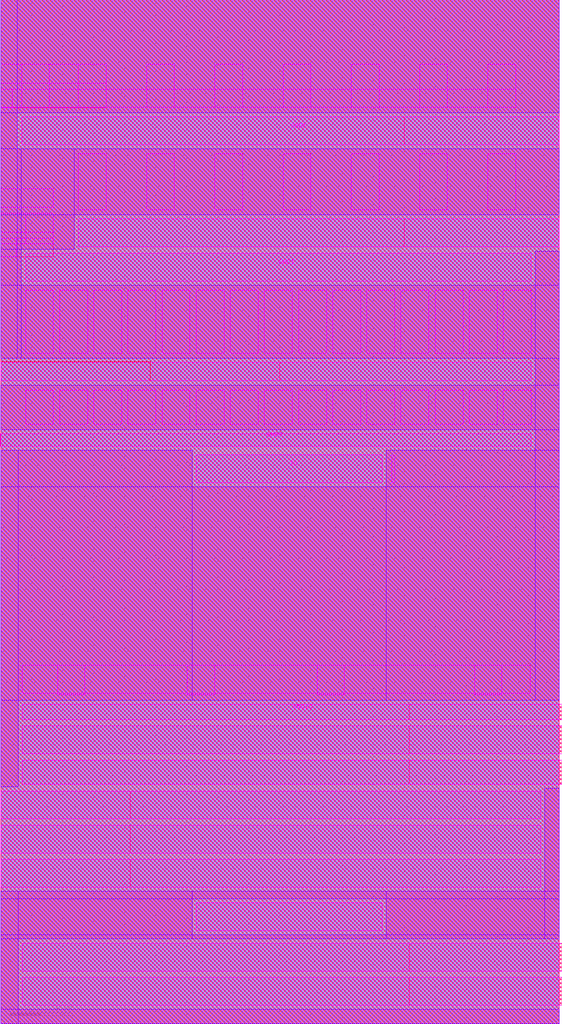
<source format=lef>
VERSION 5.6 ;
BUSBITCHARS "[]" ;
DIVIDERCHAR "/" ;

MACRO CUT_OSC
  CLASS PAD ;
  ORIGIN 0 0 ;
  FOREIGN CUT_OSC 0 0 ;
  SIZE 90 BY 165 ;
  SYMMETRY X Y R90 ;
  SITE iocore_d ;
  PIN IO
    DIRECTION INOUT ;
    USE GROUND ;
    PORT
      LAYER ME7 ;
        RECT 31.5 15 61.5 19.5 ;
        RECT 31.5 87.2 61.5 91.7 ;
    END
  END IO
  PIN GNDK
    DIRECTION INOUT ;
    USE GROUND ;
    PORT
      LAYER ME7 ;
        RECT 12.5 125.2 90 129.7 ;
        RECT 3.35 141.7 90 146.2 ;
    END
  END GNDK
  PIN GNDI
    DIRECTION INOUT ;
    USE GROUND ;
    PORT
      LAYER ME7 ;
        RECT 0 103.6 85.5 106.6 ;
        RECT 4 119.7 85.5 124.2 ;
    END
  END GNDI
  PIN GNDIO
    DIRECTION INOUT ;
    USE GROUND ;
    PORT
      LAYER ME7 ;
        RECT 3.45 3 90.5 7.5 ;
        RECT 3.45 8.5 90.5 13 ;
        RECT 3.45 38.6 90.5 42.5 ;
        RECT 3.45 43.5 90.5 48 ;
        RECT 3.45 49 90.5 51.5 ;
    END
  END GNDIO
  PIN GNDO
    DIRECTION INOUT ;
    USE GROUND ;
    PORT
      LAYER ME7 ;
        RECT 0 22 87.04 26.5 ;
        RECT 0 27.5 87.04 32 ;
        RECT 0 33 87.04 37.5 ;
        RECT 0 93.1 85.5 95.1 ;
    END
  END GNDO
  OBS
    LAYER ME1 SPACING 0.05 ;
      RECT 0 0 90 165 ;
    LAYER ME2 SPACING 0.05 ;
      RECT 0 0 90 165 ;
    LAYER ME3 SPACING 0.05 ;
      RECT 0 0 90 165 ;
    LAYER ME4 SPACING 0.05 ;
      RECT 0 0 90 165 ;
    LAYER ME5 ;
      RECT 0 93.1 85.51 95.1 ;
      RECT -0.075 93.1 85.51 95.09 ;
      RECT 65.86 3 90.5 7.5 ;
      RECT 65.86 8.5 90.5 13 ;
      RECT 65.86 38.625 90.5 42.5 ;
      RECT 65.86 43.5 90.5 48 ;
      RECT 65.86 49 90.5 51.5 ;
      RECT 65 125.2 90 129.7 ;
      RECT 65 141.7 90 146.2 ;
      RECT 0 103.6 24.06 106.655 ;
      RECT 0 22 20.9 26.5 ;
      RECT 0 27.5 20.9 32 ;
      RECT 0 33 20.9 37.5 ;
      RECT 0 147.6 17 150.6 ;
      RECT 0 151.6 17 154.6 ;
      RECT 0 123.6 8.5 126.6 ;
      RECT 0 127.6 8.5 130.6 ;
      RECT 0 131.6 8.5 134.6 ;
    LAYER ME5 SPACING 0.05 ;
      RECT 0 0 90 165 ;
    LAYER ME6 ;
      RECT 0 93.1 85.5 95.1 ;
      RECT -0.075 93.1 85.505 95.09 ;
      RECT 65.86 3 90.5 7.5 ;
      RECT 65.86 8.5 90.5 13 ;
      RECT 65.86 38.625 90.5 42.5 ;
      RECT 65.86 43.5 90.5 48 ;
      RECT 65.86 49 90.5 51.5 ;
      RECT 65 125.2 90 129.7 ;
      RECT 65 141.7 90 146.2 ;
      RECT 0 103.6 44.96 106.6 ;
      RECT 0 22 20.9 26.5 ;
      RECT 0 27.5 20.9 32 ;
      RECT 0 33 20.9 37.5 ;
      RECT 0 147.6 17 150.6 ;
      RECT 0 151.6 17 154.6 ;
      RECT 0 123.6 8.5 126.6 ;
      RECT 0 127.6 8.5 130.6 ;
      RECT 0 131.6 8.5 134.6 ;
    LAYER ME6 SPACING 0.05 ;
      RECT 0 0 90 165 ;
    LAYER ME7 ;
      RECT 3.45 53.25 85.35 57.75 ;
      RECT 76.38 53 80.78 57.75 ;
      RECT 50.98 53 55.38 57.75 ;
      RECT 30.08 53 34.48 57.75 ;
      RECT 9.15 53 13.55 57.75 ;
      RECT 78.5 147.7 83 154.6 ;
      RECT 67.5 147.7 72 154.6 ;
      RECT 56.5 147.7 61 154.6 ;
      RECT 45.5 147.7 50 154.6 ;
      RECT 34.5 147.7 39 154.6 ;
      RECT 23.5 147.7 28 154.6 ;
      RECT 0 151.6 17 154.6 ;
      RECT 12.5 147.7 17 154.6 ;
      RECT 3.35 147.7 7.85 154.6 ;
      RECT 0 147.7 83 150.6 ;
      RECT 0 147.6 1.85 150.6 ;
      RECT 0 127.6 8.5 130.6 ;
      RECT 4 125.7 8.5 130.6 ;
      RECT 0 125.7 8.5 126.6 ;
      RECT 0 123.6 2.5 126.6 ;
      RECT 81 96.6 85.5 102.1 ;
      RECT 81 108.1 85.5 118.2 ;
      RECT 78.5 131.2 83 140.2 ;
      RECT 75.5 96.6 80 102.1 ;
      RECT 75.5 108.1 80 118.2 ;
      RECT 70 96.6 74.5 102.1 ;
      RECT 70 108.1 74.5 118.2 ;
      RECT 67.5 131.2 72 140.2 ;
      RECT 64.5 96.6 69 102.1 ;
      RECT 64.5 108.1 69 118.2 ;
      RECT 63 87.2 63.5 91.6 ;
      RECT 59 96.6 63.5 102.1 ;
      RECT 59 108.1 63.5 118.2 ;
      RECT 56.5 131.2 61 140.2 ;
      RECT 53.5 96.6 58 102.1 ;
      RECT 53.5 108.1 58 118.2 ;
      RECT 48 96.6 52.5 102.1 ;
      RECT 48 108.1 52.5 118.2 ;
      RECT 45.5 131.2 50 140.2 ;
      RECT 42.5 96.6 47 102.1 ;
      RECT 42.5 108.1 47 118.2 ;
      RECT 37 96.6 41.5 102.1 ;
      RECT 37 108.1 41.5 118.2 ;
      RECT 34.5 131.2 39 140.2 ;
      RECT 31.5 96.6 36 102.1 ;
      RECT 31.5 108.1 36 118.2 ;
      RECT 26 96.6 30.5 102.1 ;
      RECT 26 108.1 30.5 118.2 ;
      RECT 23.5 131.2 28 140.2 ;
      RECT 20.5 96.6 25 102.1 ;
      RECT 20.5 108.1 25 118.2 ;
      RECT 15 96.6 19.5 102.1 ;
      RECT 15 108.1 19.5 118.2 ;
      RECT 12.5 131.2 17 140.2 ;
      RECT 9.5 96.6 14 102.1 ;
      RECT 9.5 108.1 14 118.2 ;
      RECT 4 96.6 8.5 102.1 ;
      RECT 4 108.1 8.5 118.2 ;
      RECT 0 131.6 8.5 134.6 ;
    LAYER ME7 SPACING 0.4 ;
      RECT 87.7 13.66 90 37.94 ;
      RECT 0 20.16 90 21.34 ;
      RECT 62.16 13.66 90 21.34 ;
      RECT 0 13.66 30.84 21.34 ;
      RECT 0 13.66 90 14.34 ;
      RECT 0 0 2.79 21.34 ;
      RECT 0 0 90 2.34 ;
      RECT 0 146.86 90 165 ;
      RECT 0 107.26 2.69 165 ;
      RECT 0 130.36 90 141.04 ;
      RECT 0 124.86 11.84 141.04 ;
      RECT 0 107.26 3.34 141.04 ;
      RECT 86.16 52.16 90 124.54 ;
      RECT 0 107.26 90 119.04 ;
      RECT 0 95.76 90 102.94 ;
      RECT 62.16 52.16 90 92.44 ;
      RECT 0 52.16 30.84 92.44 ;
      RECT 0 52.16 90 86.54 ;
      RECT 0 38.16 2.79 92.44 ;
    LAYER ME8 SPACING 0.4 ;
      RECT 87.7 13.66 90 37.94 ;
      RECT 0 20.16 90 21.34 ;
      RECT 62.16 13.66 90 21.34 ;
      RECT 0 13.66 30.84 21.34 ;
      RECT 0 13.66 90 14.34 ;
      RECT 0 0 2.79 21.34 ;
      RECT 0 0 90 2.34 ;
      RECT 0 146.86 90 165 ;
      RECT 0 107.26 2.69 165 ;
      RECT 0 130.36 90 141.04 ;
      RECT 0 124.86 11.84 141.04 ;
      RECT 0 107.26 3.34 141.04 ;
      RECT 86.16 52.16 90 124.54 ;
      RECT 0 107.26 90 119.04 ;
      RECT 0 95.76 90 102.94 ;
      RECT 62.16 52.16 90 92.44 ;
      RECT 0 52.16 30.84 92.44 ;
      RECT 0 52.16 90 86.54 ;
      RECT 0 38.16 2.79 92.44 ;
  END
END CUT_OSC

END LIBRARY

</source>
